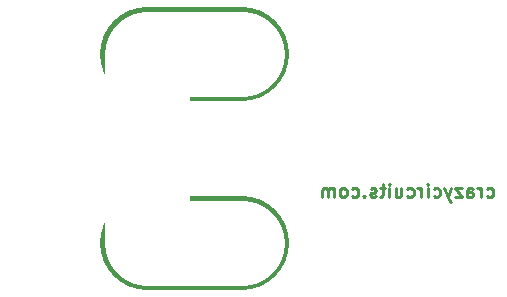
<source format=gbo>
%TF.GenerationSoftware,KiCad,Pcbnew,4.0.5-e0-6337~49~ubuntu16.04.1*%
%TF.CreationDate,2017-02-14T03:32:35-08:00*%
%TF.ProjectId,LegoLED-Button-Battery,4C65676F4C45442D427574746F6E2D42,v1.4*%
%TF.FileFunction,Legend,Bot*%
%FSLAX46Y46*%
G04 Gerber Fmt 4.6, Leading zero omitted, Abs format (unit mm)*
G04 Created by KiCad (PCBNEW 4.0.5-e0-6337~49~ubuntu16.04.1) date Tue Feb 14 03:32:35 2017*
%MOMM*%
%LPD*%
G01*
G04 APERTURE LIST*
%ADD10C,0.350000*%
%ADD11C,8.000000*%
%ADD12C,0.150000*%
%ADD13C,0.254000*%
%ADD14C,7.000000*%
%ADD15C,7.200000*%
%ADD16C,1.852400*%
%ADD17C,7.352400*%
%ADD18R,2.152400X2.052400*%
%ADD19C,2.052400*%
%ADD20C,6.152400*%
%ADD21C,5.132400*%
G04 APERTURE END LIST*
D10*
D11*
X41069800Y-42494200D02*
X33069800Y-42494200D01*
X41069800Y-58494200D02*
X33069800Y-58494200D01*
D12*
X22450752Y-45965629D02*
X21688847Y-45965629D01*
X22069799Y-46346581D02*
X22069799Y-45584676D01*
X22450752Y-54765629D02*
X21688847Y-54765629D01*
X22069799Y-55146581D02*
X22069799Y-54384676D01*
D13*
X61814528Y-54577343D02*
X61923385Y-54631771D01*
X62141099Y-54631771D01*
X62249957Y-54577343D01*
X62304385Y-54522914D01*
X62358814Y-54414057D01*
X62358814Y-54087486D01*
X62304385Y-53978629D01*
X62249957Y-53924200D01*
X62141099Y-53869771D01*
X61923385Y-53869771D01*
X61814528Y-53924200D01*
X61324671Y-54631771D02*
X61324671Y-53869771D01*
X61324671Y-54087486D02*
X61270243Y-53978629D01*
X61215814Y-53924200D01*
X61106957Y-53869771D01*
X60998100Y-53869771D01*
X60127243Y-54631771D02*
X60127243Y-54033057D01*
X60181672Y-53924200D01*
X60290529Y-53869771D01*
X60508243Y-53869771D01*
X60617100Y-53924200D01*
X60127243Y-54577343D02*
X60236100Y-54631771D01*
X60508243Y-54631771D01*
X60617100Y-54577343D01*
X60671529Y-54468486D01*
X60671529Y-54359629D01*
X60617100Y-54250771D01*
X60508243Y-54196343D01*
X60236100Y-54196343D01*
X60127243Y-54141914D01*
X59691814Y-53869771D02*
X59093100Y-53869771D01*
X59691814Y-54631771D01*
X59093100Y-54631771D01*
X58766528Y-53869771D02*
X58494385Y-54631771D01*
X58222243Y-53869771D02*
X58494385Y-54631771D01*
X58603243Y-54903914D01*
X58657671Y-54958343D01*
X58766528Y-55012771D01*
X57296957Y-54577343D02*
X57405814Y-54631771D01*
X57623528Y-54631771D01*
X57732386Y-54577343D01*
X57786814Y-54522914D01*
X57841243Y-54414057D01*
X57841243Y-54087486D01*
X57786814Y-53978629D01*
X57732386Y-53924200D01*
X57623528Y-53869771D01*
X57405814Y-53869771D01*
X57296957Y-53924200D01*
X56807100Y-54631771D02*
X56807100Y-53869771D01*
X56807100Y-53488771D02*
X56861529Y-53543200D01*
X56807100Y-53597629D01*
X56752672Y-53543200D01*
X56807100Y-53488771D01*
X56807100Y-53597629D01*
X56262814Y-54631771D02*
X56262814Y-53869771D01*
X56262814Y-54087486D02*
X56208386Y-53978629D01*
X56153957Y-53924200D01*
X56045100Y-53869771D01*
X55936243Y-53869771D01*
X55065386Y-54577343D02*
X55174243Y-54631771D01*
X55391957Y-54631771D01*
X55500815Y-54577343D01*
X55555243Y-54522914D01*
X55609672Y-54414057D01*
X55609672Y-54087486D01*
X55555243Y-53978629D01*
X55500815Y-53924200D01*
X55391957Y-53869771D01*
X55174243Y-53869771D01*
X55065386Y-53924200D01*
X54085672Y-53869771D02*
X54085672Y-54631771D01*
X54575529Y-53869771D02*
X54575529Y-54468486D01*
X54521101Y-54577343D01*
X54412243Y-54631771D01*
X54248958Y-54631771D01*
X54140101Y-54577343D01*
X54085672Y-54522914D01*
X53541386Y-54631771D02*
X53541386Y-53869771D01*
X53541386Y-53488771D02*
X53595815Y-53543200D01*
X53541386Y-53597629D01*
X53486958Y-53543200D01*
X53541386Y-53488771D01*
X53541386Y-53597629D01*
X53160386Y-53869771D02*
X52724957Y-53869771D01*
X52997100Y-53488771D02*
X52997100Y-54468486D01*
X52942672Y-54577343D01*
X52833814Y-54631771D01*
X52724957Y-54631771D01*
X52398386Y-54577343D02*
X52289529Y-54631771D01*
X52071814Y-54631771D01*
X51962957Y-54577343D01*
X51908529Y-54468486D01*
X51908529Y-54414057D01*
X51962957Y-54305200D01*
X52071814Y-54250771D01*
X52235100Y-54250771D01*
X52343957Y-54196343D01*
X52398386Y-54087486D01*
X52398386Y-54033057D01*
X52343957Y-53924200D01*
X52235100Y-53869771D01*
X52071814Y-53869771D01*
X51962957Y-53924200D01*
X51418671Y-54522914D02*
X51364243Y-54577343D01*
X51418671Y-54631771D01*
X51473100Y-54577343D01*
X51418671Y-54522914D01*
X51418671Y-54631771D01*
X50384528Y-54577343D02*
X50493385Y-54631771D01*
X50711099Y-54631771D01*
X50819957Y-54577343D01*
X50874385Y-54522914D01*
X50928814Y-54414057D01*
X50928814Y-54087486D01*
X50874385Y-53978629D01*
X50819957Y-53924200D01*
X50711099Y-53869771D01*
X50493385Y-53869771D01*
X50384528Y-53924200D01*
X49731385Y-54631771D02*
X49840243Y-54577343D01*
X49894671Y-54522914D01*
X49949100Y-54414057D01*
X49949100Y-54087486D01*
X49894671Y-53978629D01*
X49840243Y-53924200D01*
X49731385Y-53869771D01*
X49568100Y-53869771D01*
X49459243Y-53924200D01*
X49404814Y-53978629D01*
X49350385Y-54087486D01*
X49350385Y-54414057D01*
X49404814Y-54522914D01*
X49459243Y-54577343D01*
X49568100Y-54631771D01*
X49731385Y-54631771D01*
X48860528Y-54631771D02*
X48860528Y-53869771D01*
X48860528Y-53978629D02*
X48806100Y-53924200D01*
X48697242Y-53869771D01*
X48533957Y-53869771D01*
X48425100Y-53924200D01*
X48370671Y-54033057D01*
X48370671Y-54631771D01*
X48370671Y-54033057D02*
X48316242Y-53924200D01*
X48207385Y-53869771D01*
X48044100Y-53869771D01*
X47935242Y-53924200D01*
X47880814Y-54033057D01*
X47880814Y-54631771D01*
%LPC*%
D14*
X51156600Y-39890700D02*
X59156600Y-39890700D01*
X51156600Y-31890700D02*
X59156600Y-31890700D01*
D15*
X33069800Y-58494200D02*
X41069800Y-58494200D01*
X33069800Y-42494200D02*
X33069800Y-58494200D01*
X41069800Y-42494200D02*
X33069800Y-42494200D01*
X25069800Y-58494200D02*
X25069800Y-42494200D01*
D16*
X36059201Y-34382801D03*
X30059201Y-34382801D03*
X36059201Y-30382801D03*
X30059201Y-30382801D03*
D17*
X25065801Y-32368601D03*
X41065801Y-32368601D03*
D18*
X55156600Y-36890700D03*
D19*
X55156600Y-34350700D03*
D20*
X59156600Y-31890700D03*
X59156600Y-39890700D03*
X51156600Y-39890700D03*
X51156600Y-31890700D03*
D21*
X33069800Y-50494200D03*
X41069800Y-50494200D03*
X25069800Y-50494200D03*
D20*
X41069800Y-58494200D03*
D21*
X33069800Y-58494200D03*
D20*
X25069800Y-58494200D03*
X41069800Y-42494200D03*
D21*
X33069800Y-42494200D03*
D20*
X25069800Y-42494200D03*
M02*

</source>
